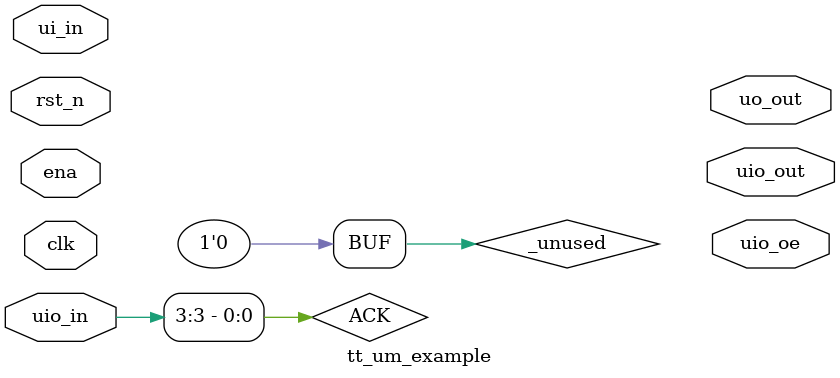
<source format=v>
/*
 * Copyright (c) 2024 Your Name
 * SPDX-License-Identifier: Apache-2.0
 */

`default_nettype none

module tt_um_example (
    input  wire [7:0] ui_in,    // Dedicated inputs
    output wire [7:0] uo_out,   // Dedicated outputs
    input  wire [7:0] uio_in,   // IOs: Input path
    output wire [7:0] uio_out,  // IOs: Output path
    output wire [7:0] uio_oe,   // IOs: Enable path (active high: 0=input, 1=output)
    input  wire       ena,      // always 1 when the design is powered, so you can ignore it
    input  wire       clk,      // clock
    input  wire       rst_n     // reset_n - low to reset
);
  // Shared tri-state bus (Bot databus instances are wired to the same bus)
  wire [7:0] shared_bus_data;
  wire       shared_bus_valid;

  wire send_readyA;
  wire send_readyB;
  wire send_readyCTRL;

  wire recv_validA;
  wire recv_validB;
  wire recv_validCTRL;

  wire [7:0] recv_dataA;
  wire [7:0] recv_dataB;
  wire [7:0] recv_dataCTRL;

  wire ACK = uio_in[3];

  // Simple arbiter test (I'm manually setting which bus is sending and receiving data)
//   wire grant_bus_to_A = ui_in[0];
//   wire grant_bus_to_B = ui_in[1];

//   // Receiving Wires (where each bus output data they received)
//   wire [7:0] receive_A;
//   wire [7:0] receive_B;

//   wire valid_A;
//   wire valid_B;

  data_bus busA (
      .clk(clk),
      .rst_n(rst_n),

      .send_valid(uio_in[0]), // input
      .send_data(ui_in[7:0]), // input
      .send_ready(send_readyA),
      .ack(ACK), // input

      .source_id(2'b01), // SHA Id

      .recv_valid(recv_validA),
      .recv_data(recv_dataA),

      .bus_data(shared_bus_data),
      .bus_valid(shared_bus_valid)
  );

  data_bus busB (
      .clk(clk),
      .rst_n(rst_n),

      .send_valid(uio_in[1]), // input
      .send_data(ui_in[7:0]), // input
      .send_ready(send_readyB),
      .ack(ACK), // input

      .recv_valid(recv_validB),
      .recv_data(recv_dataB),

      .source_id(2'b00), // input

      .bus_data(shared_bus_data),
      .bus_valid(shared_bus_valid)
  );

  data_bus control ( // Control 
      .clk(clk),
      .rst_n(rst_n),

      .send_valid(ui_in[2]),
      .send_data(ui_in[7:0]),
      .send_ready(send_readyCTRL),
      .ack(ACK),

      .source_id(2'b11),

      .recv_valid(recv_validCTRL),
      .recv_data(recv_dataCTRL),

      .bus_data(shared_bus_data),
      .bus_valid(shared_bus_valid)
  );

  // Check up on receive_B, valid_B and valid_A

  //assign uo_out = {receive_B[7:2], valid_B, valid_A};

    //   assign uio_out = 8'b0;
    //   assign uio_oe  = 8'b0;

  // List all unused inputs to prevent warnings
  wire _unused = &{ena, uio_in, 1'b0};

endmodule

/*

Essentially how I'm trying to test the databus
1. Set data payload in ui_in[7:2]
2. Allow A to transmit by setting ui_in[0] = 1
3. A drives "shared_bus_data"
4. B receives it and stores in "receive_B"
5. A sees it too since its wired to the same bus and stores it in "receive_A"
6. Do the same but reversed (ui_in[1] = 1)

*/
</source>
